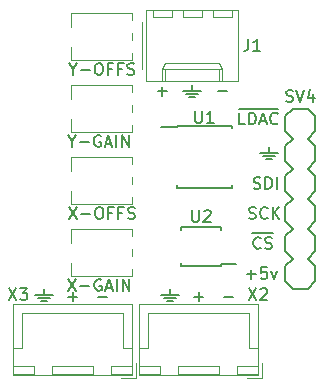
<source format=gbr>
G04 #@! TF.GenerationSoftware,KiCad,Pcbnew,(5.0.2)-1*
G04 #@! TF.CreationDate,2019-03-23T11:15:38+03:00*
G04 #@! TF.ProjectId,galvo-schematic,67616c76-6f2d-4736-9368-656d61746963,rev?*
G04 #@! TF.SameCoordinates,Original*
G04 #@! TF.FileFunction,Legend,Top*
G04 #@! TF.FilePolarity,Positive*
%FSLAX46Y46*%
G04 Gerber Fmt 4.6, Leading zero omitted, Abs format (unit mm)*
G04 Created by KiCad (PCBNEW (5.0.2)-1) date 23.03.2019 11:15:38*
%MOMM*%
%LPD*%
G01*
G04 APERTURE LIST*
%ADD10C,0.150000*%
%ADD11C,0.120000*%
%ADD12C,0.152400*%
%ADD13C,0.200000*%
G04 APERTURE END LIST*
D10*
X142748000Y-101219000D02*
X144526000Y-101219000D01*
X141605000Y-90678000D02*
X144907000Y-90678000D01*
X144145000Y-93916500D02*
X144145000Y-94424500D01*
X143637000Y-94678500D02*
X144653000Y-94678500D01*
X143891000Y-94932500D02*
X144399000Y-94932500D01*
X143383000Y-94424500D02*
X144907000Y-94424500D01*
X142271904Y-104719428D02*
X143033809Y-104719428D01*
X142652857Y-105100380D02*
X142652857Y-104338476D01*
X143986190Y-104100380D02*
X143510000Y-104100380D01*
X143462380Y-104576571D01*
X143510000Y-104528952D01*
X143605238Y-104481333D01*
X143843333Y-104481333D01*
X143938571Y-104528952D01*
X143986190Y-104576571D01*
X144033809Y-104671809D01*
X144033809Y-104909904D01*
X143986190Y-105005142D01*
X143938571Y-105052761D01*
X143843333Y-105100380D01*
X143605238Y-105100380D01*
X143510000Y-105052761D01*
X143462380Y-105005142D01*
X144367142Y-104433714D02*
X144605238Y-105100380D01*
X144843333Y-104433714D01*
X143470333Y-102465142D02*
X143422714Y-102512761D01*
X143279857Y-102560380D01*
X143184619Y-102560380D01*
X143041761Y-102512761D01*
X142946523Y-102417523D01*
X142898904Y-102322285D01*
X142851285Y-102131809D01*
X142851285Y-101988952D01*
X142898904Y-101798476D01*
X142946523Y-101703238D01*
X143041761Y-101608000D01*
X143184619Y-101560380D01*
X143279857Y-101560380D01*
X143422714Y-101608000D01*
X143470333Y-101655619D01*
X143851285Y-102512761D02*
X143994142Y-102560380D01*
X144232238Y-102560380D01*
X144327476Y-102512761D01*
X144375095Y-102465142D01*
X144422714Y-102369904D01*
X144422714Y-102274666D01*
X144375095Y-102179428D01*
X144327476Y-102131809D01*
X144232238Y-102084190D01*
X144041761Y-102036571D01*
X143946523Y-101988952D01*
X143898904Y-101941333D01*
X143851285Y-101846095D01*
X143851285Y-101750857D01*
X143898904Y-101655619D01*
X143946523Y-101608000D01*
X144041761Y-101560380D01*
X144279857Y-101560380D01*
X144422714Y-101608000D01*
X142478285Y-99972761D02*
X142621142Y-100020380D01*
X142859238Y-100020380D01*
X142954476Y-99972761D01*
X143002095Y-99925142D01*
X143049714Y-99829904D01*
X143049714Y-99734666D01*
X143002095Y-99639428D01*
X142954476Y-99591809D01*
X142859238Y-99544190D01*
X142668761Y-99496571D01*
X142573523Y-99448952D01*
X142525904Y-99401333D01*
X142478285Y-99306095D01*
X142478285Y-99210857D01*
X142525904Y-99115619D01*
X142573523Y-99068000D01*
X142668761Y-99020380D01*
X142906857Y-99020380D01*
X143049714Y-99068000D01*
X144049714Y-99925142D02*
X144002095Y-99972761D01*
X143859238Y-100020380D01*
X143764000Y-100020380D01*
X143621142Y-99972761D01*
X143525904Y-99877523D01*
X143478285Y-99782285D01*
X143430666Y-99591809D01*
X143430666Y-99448952D01*
X143478285Y-99258476D01*
X143525904Y-99163238D01*
X143621142Y-99068000D01*
X143764000Y-99020380D01*
X143859238Y-99020380D01*
X144002095Y-99068000D01*
X144049714Y-99115619D01*
X144478285Y-100020380D02*
X144478285Y-99020380D01*
X145049714Y-100020380D02*
X144621142Y-99448952D01*
X145049714Y-99020380D02*
X144478285Y-99591809D01*
X142867190Y-97432761D02*
X143010047Y-97480380D01*
X143248142Y-97480380D01*
X143343380Y-97432761D01*
X143391000Y-97385142D01*
X143438619Y-97289904D01*
X143438619Y-97194666D01*
X143391000Y-97099428D01*
X143343380Y-97051809D01*
X143248142Y-97004190D01*
X143057666Y-96956571D01*
X142962428Y-96908952D01*
X142914809Y-96861333D01*
X142867190Y-96766095D01*
X142867190Y-96670857D01*
X142914809Y-96575619D01*
X142962428Y-96528000D01*
X143057666Y-96480380D01*
X143295761Y-96480380D01*
X143438619Y-96528000D01*
X143867190Y-97480380D02*
X143867190Y-96480380D01*
X144105285Y-96480380D01*
X144248142Y-96528000D01*
X144343380Y-96623238D01*
X144391000Y-96718476D01*
X144438619Y-96908952D01*
X144438619Y-97051809D01*
X144391000Y-97242285D01*
X144343380Y-97337523D01*
X144248142Y-97432761D01*
X144105285Y-97480380D01*
X143867190Y-97480380D01*
X144867190Y-97480380D02*
X144867190Y-96480380D01*
X142136952Y-92019380D02*
X141660761Y-92019380D01*
X141660761Y-91019380D01*
X142470285Y-92019380D02*
X142470285Y-91019380D01*
X142708380Y-91019380D01*
X142851238Y-91067000D01*
X142946476Y-91162238D01*
X142994095Y-91257476D01*
X143041714Y-91447952D01*
X143041714Y-91590809D01*
X142994095Y-91781285D01*
X142946476Y-91876523D01*
X142851238Y-91971761D01*
X142708380Y-92019380D01*
X142470285Y-92019380D01*
X143422666Y-91733666D02*
X143898857Y-91733666D01*
X143327428Y-92019380D02*
X143660761Y-91019380D01*
X143994095Y-92019380D01*
X144898857Y-91924142D02*
X144851238Y-91971761D01*
X144708380Y-92019380D01*
X144613142Y-92019380D01*
X144470285Y-91971761D01*
X144375047Y-91876523D01*
X144327428Y-91781285D01*
X144279809Y-91590809D01*
X144279809Y-91447952D01*
X144327428Y-91257476D01*
X144375047Y-91162238D01*
X144470285Y-91067000D01*
X144613142Y-91019380D01*
X144708380Y-91019380D01*
X144851238Y-91067000D01*
X144898857Y-91114619D01*
X135001000Y-106489500D02*
X136525000Y-106489500D01*
X135509000Y-106997500D02*
X136017000Y-106997500D01*
X135255000Y-106743500D02*
X136271000Y-106743500D01*
X135763000Y-105981500D02*
X135763000Y-106489500D01*
X137858547Y-106624428D02*
X138620452Y-106624428D01*
X138239500Y-107005380D02*
X138239500Y-106243476D01*
X140335047Y-106624428D02*
X141096952Y-106624428D01*
X124587000Y-106743500D02*
X125603000Y-106743500D01*
X125095000Y-105981500D02*
X125095000Y-106489500D01*
X124841000Y-106997500D02*
X125349000Y-106997500D01*
X124333000Y-106489500D02*
X125857000Y-106489500D01*
X127190547Y-106624428D02*
X127952452Y-106624428D01*
X127571500Y-107005380D02*
X127571500Y-106243476D01*
X129667047Y-106624428D02*
X130428952Y-106624428D01*
X137414000Y-89662000D02*
X137922000Y-89662000D01*
X136906000Y-89154000D02*
X138430000Y-89154000D01*
X137160000Y-89408000D02*
X138176000Y-89408000D01*
X137668000Y-88646000D02*
X137668000Y-89154000D01*
X139827047Y-89225428D02*
X140588952Y-89225428D01*
X134747047Y-89225428D02*
X135508952Y-89225428D01*
X135128000Y-89606380D02*
X135128000Y-88844476D01*
D11*
G04 #@! TO.C,X-GAIN*
X132588000Y-104267000D02*
X132588000Y-104838500D01*
X132588000Y-102610000D02*
X132588000Y-103130000D01*
X132588000Y-100901500D02*
X132588000Y-101482500D01*
X127381000Y-103759000D02*
X127381000Y-104838500D01*
X127381000Y-100901500D02*
X127381000Y-102044500D01*
X127381000Y-104838500D02*
X132588000Y-104838500D01*
X127381000Y-100901500D02*
X132588000Y-100901500D01*
G04 #@! TO.C,Y-GAIN*
X132588000Y-92075000D02*
X132588000Y-92646500D01*
X132588000Y-90418000D02*
X132588000Y-90938000D01*
X132588000Y-88709500D02*
X132588000Y-89290500D01*
X127381000Y-91567000D02*
X127381000Y-92646500D01*
X127381000Y-88709500D02*
X127381000Y-89852500D01*
X127381000Y-92646500D02*
X132588000Y-92646500D01*
X127381000Y-88709500D02*
X132588000Y-88709500D01*
G04 #@! TO.C,X-OFFS*
X132588000Y-98171000D02*
X132588000Y-98742500D01*
X132588000Y-96514000D02*
X132588000Y-97034000D01*
X132588000Y-94805500D02*
X132588000Y-95386500D01*
X127381000Y-97663000D02*
X127381000Y-98742500D01*
X127381000Y-94805500D02*
X127381000Y-95948500D01*
X127381000Y-98742500D02*
X132588000Y-98742500D01*
X127381000Y-94805500D02*
X132588000Y-94805500D01*
G04 #@! TO.C,Y-OFFS*
X132588000Y-85979000D02*
X132588000Y-86550500D01*
X132588000Y-84322000D02*
X132588000Y-84842000D01*
X132588000Y-82613500D02*
X132588000Y-83194500D01*
X127381000Y-85471000D02*
X127381000Y-86550500D01*
X127381000Y-82613500D02*
X127381000Y-83756500D01*
X127381000Y-86550500D02*
X132588000Y-86550500D01*
X127381000Y-82613500D02*
X132588000Y-82613500D01*
G04 #@! TO.C,J1*
X133748000Y-82314000D02*
X133748000Y-88334000D01*
X133748000Y-88334000D02*
X141588000Y-88334000D01*
X141588000Y-88334000D02*
X141588000Y-82314000D01*
X141588000Y-82314000D02*
X133748000Y-82314000D01*
X133458000Y-83344000D02*
X133458000Y-87344000D01*
X135128000Y-88334000D02*
X135128000Y-87334000D01*
X135128000Y-87334000D02*
X140208000Y-87334000D01*
X140208000Y-87334000D02*
X140208000Y-88334000D01*
X135128000Y-87334000D02*
X135378000Y-86804000D01*
X135378000Y-86804000D02*
X139958000Y-86804000D01*
X139958000Y-86804000D02*
X140208000Y-87334000D01*
X135378000Y-88334000D02*
X135378000Y-87334000D01*
X139958000Y-88334000D02*
X139958000Y-87334000D01*
X134328000Y-82314000D02*
X134328000Y-82914000D01*
X134328000Y-82914000D02*
X135928000Y-82914000D01*
X135928000Y-82914000D02*
X135928000Y-82314000D01*
X136868000Y-82314000D02*
X136868000Y-82914000D01*
X136868000Y-82914000D02*
X138468000Y-82914000D01*
X138468000Y-82914000D02*
X138468000Y-82314000D01*
X139408000Y-82314000D02*
X139408000Y-82914000D01*
X139408000Y-82914000D02*
X141008000Y-82914000D01*
X141008000Y-82914000D02*
X141008000Y-82314000D01*
G04 #@! TO.C,X2*
X143566000Y-113494000D02*
X143566000Y-112244000D01*
X142316000Y-113494000D02*
X143566000Y-113494000D01*
X133916000Y-107994000D02*
X138216000Y-107994000D01*
X133916000Y-110944000D02*
X133916000Y-107994000D01*
X133166000Y-110944000D02*
X133916000Y-110944000D01*
X142516000Y-107994000D02*
X138216000Y-107994000D01*
X142516000Y-110944000D02*
X142516000Y-107994000D01*
X143266000Y-110944000D02*
X142516000Y-110944000D01*
X133166000Y-113194000D02*
X134966000Y-113194000D01*
X133166000Y-112444000D02*
X133166000Y-113194000D01*
X134966000Y-112444000D02*
X133166000Y-112444000D01*
X134966000Y-113194000D02*
X134966000Y-112444000D01*
X141466000Y-113194000D02*
X143266000Y-113194000D01*
X141466000Y-112444000D02*
X141466000Y-113194000D01*
X143266000Y-112444000D02*
X141466000Y-112444000D01*
X143266000Y-113194000D02*
X143266000Y-112444000D01*
X136466000Y-113194000D02*
X139966000Y-113194000D01*
X136466000Y-112444000D02*
X136466000Y-113194000D01*
X139966000Y-112444000D02*
X136466000Y-112444000D01*
X139966000Y-113194000D02*
X139966000Y-112444000D01*
X133156000Y-113204000D02*
X143276000Y-113204000D01*
X133156000Y-107234000D02*
X133156000Y-113204000D01*
X143276000Y-107234000D02*
X133156000Y-107234000D01*
X143276000Y-113204000D02*
X143276000Y-107234000D01*
G04 #@! TO.C,X3*
X132898000Y-113494000D02*
X132898000Y-112244000D01*
X131648000Y-113494000D02*
X132898000Y-113494000D01*
X123248000Y-107994000D02*
X127548000Y-107994000D01*
X123248000Y-110944000D02*
X123248000Y-107994000D01*
X122498000Y-110944000D02*
X123248000Y-110944000D01*
X131848000Y-107994000D02*
X127548000Y-107994000D01*
X131848000Y-110944000D02*
X131848000Y-107994000D01*
X132598000Y-110944000D02*
X131848000Y-110944000D01*
X122498000Y-113194000D02*
X124298000Y-113194000D01*
X122498000Y-112444000D02*
X122498000Y-113194000D01*
X124298000Y-112444000D02*
X122498000Y-112444000D01*
X124298000Y-113194000D02*
X124298000Y-112444000D01*
X130798000Y-113194000D02*
X132598000Y-113194000D01*
X130798000Y-112444000D02*
X130798000Y-113194000D01*
X132598000Y-112444000D02*
X130798000Y-112444000D01*
X132598000Y-113194000D02*
X132598000Y-112444000D01*
X125798000Y-113194000D02*
X129298000Y-113194000D01*
X125798000Y-112444000D02*
X125798000Y-113194000D01*
X129298000Y-112444000D02*
X125798000Y-112444000D01*
X129298000Y-113194000D02*
X129298000Y-112444000D01*
X122488000Y-113204000D02*
X132608000Y-113204000D01*
X122488000Y-107234000D02*
X122488000Y-113204000D01*
X132608000Y-107234000D02*
X122488000Y-107234000D01*
X132608000Y-113204000D02*
X132608000Y-107234000D01*
D12*
G04 #@! TO.C,SV4*
X147447000Y-105918000D02*
X146177000Y-105918000D01*
X145542000Y-104013000D02*
X146177000Y-103378000D01*
X145542000Y-105283000D02*
X145542000Y-104013000D01*
X146177000Y-105918000D02*
X145542000Y-105283000D01*
X148082000Y-105283000D02*
X147447000Y-105918000D01*
X148082000Y-104013000D02*
X148082000Y-105283000D01*
X147447000Y-103378000D02*
X148082000Y-104013000D01*
X145542000Y-100203000D02*
X145542000Y-98933000D01*
X146177000Y-98298000D02*
X145542000Y-98933000D01*
X148082000Y-98933000D02*
X147447000Y-98298000D01*
X145542000Y-101473000D02*
X146177000Y-100838000D01*
X145542000Y-102743000D02*
X145542000Y-101473000D01*
X146177000Y-103378000D02*
X145542000Y-102743000D01*
X148082000Y-102743000D02*
X147447000Y-103378000D01*
X148082000Y-101473000D02*
X148082000Y-102743000D01*
X147447000Y-100838000D02*
X148082000Y-101473000D01*
X146177000Y-100838000D02*
X145542000Y-100203000D01*
X148082000Y-100203000D02*
X147447000Y-100838000D01*
X148082000Y-98933000D02*
X148082000Y-100203000D01*
X145542000Y-96393000D02*
X146177000Y-95758000D01*
X145542000Y-97663000D02*
X145542000Y-96393000D01*
X146177000Y-98298000D02*
X145542000Y-97663000D01*
X148082000Y-97663000D02*
X147447000Y-98298000D01*
X148082000Y-96393000D02*
X148082000Y-97663000D01*
X147447000Y-95758000D02*
X148082000Y-96393000D01*
X145542000Y-92583000D02*
X145542000Y-91313000D01*
X146177000Y-90678000D02*
X145542000Y-91313000D01*
X148082000Y-91313000D02*
X147447000Y-90678000D01*
X147447000Y-90678000D02*
X146177000Y-90678000D01*
X145542000Y-93853000D02*
X146177000Y-93218000D01*
X145542000Y-95123000D02*
X145542000Y-93853000D01*
X146177000Y-95758000D02*
X145542000Y-95123000D01*
X148082000Y-95123000D02*
X147447000Y-95758000D01*
X148082000Y-93853000D02*
X148082000Y-95123000D01*
X147447000Y-93218000D02*
X148082000Y-93853000D01*
X146177000Y-93218000D02*
X145542000Y-92583000D01*
X148082000Y-92583000D02*
X147447000Y-93218000D01*
X148082000Y-91313000D02*
X148082000Y-92583000D01*
D10*
G04 #@! TO.C,U2*
X140105000Y-104037000D02*
X140105000Y-103862000D01*
X136755000Y-104037000D02*
X136755000Y-103787000D01*
X136755000Y-100687000D02*
X136755000Y-100937000D01*
X140105000Y-100687000D02*
X140105000Y-100937000D01*
X140105000Y-104037000D02*
X136755000Y-104037000D01*
X140105000Y-100687000D02*
X136755000Y-100687000D01*
X140105000Y-103862000D02*
X141355000Y-103862000D01*
G04 #@! TO.C,U1*
X136359000Y-92117000D02*
X136359000Y-92242000D01*
X141009000Y-92117000D02*
X141009000Y-92342000D01*
X141009000Y-97367000D02*
X141009000Y-97142000D01*
X136359000Y-97367000D02*
X136359000Y-97142000D01*
X136359000Y-92117000D02*
X141009000Y-92117000D01*
X136359000Y-97367000D02*
X141009000Y-97367000D01*
X136359000Y-92242000D02*
X135009000Y-92242000D01*
G04 #@! TO.C,X-GAIN*
X127151142Y-105116380D02*
X127817809Y-106116380D01*
X127817809Y-105116380D02*
X127151142Y-106116380D01*
X128198761Y-105735428D02*
X128960666Y-105735428D01*
X129960666Y-105164000D02*
X129865428Y-105116380D01*
X129722571Y-105116380D01*
X129579714Y-105164000D01*
X129484476Y-105259238D01*
X129436857Y-105354476D01*
X129389238Y-105544952D01*
X129389238Y-105687809D01*
X129436857Y-105878285D01*
X129484476Y-105973523D01*
X129579714Y-106068761D01*
X129722571Y-106116380D01*
X129817809Y-106116380D01*
X129960666Y-106068761D01*
X130008285Y-106021142D01*
X130008285Y-105687809D01*
X129817809Y-105687809D01*
X130389238Y-105830666D02*
X130865428Y-105830666D01*
X130294000Y-106116380D02*
X130627333Y-105116380D01*
X130960666Y-106116380D01*
X131294000Y-106116380D02*
X131294000Y-105116380D01*
X131770190Y-106116380D02*
X131770190Y-105116380D01*
X132341619Y-106116380D01*
X132341619Y-105116380D01*
G04 #@! TO.C,Y-GAIN*
X127484476Y-93448190D02*
X127484476Y-93924380D01*
X127151142Y-92924380D02*
X127484476Y-93448190D01*
X127817809Y-92924380D01*
X128151142Y-93543428D02*
X128913047Y-93543428D01*
X129913047Y-92972000D02*
X129817809Y-92924380D01*
X129674952Y-92924380D01*
X129532095Y-92972000D01*
X129436857Y-93067238D01*
X129389238Y-93162476D01*
X129341619Y-93352952D01*
X129341619Y-93495809D01*
X129389238Y-93686285D01*
X129436857Y-93781523D01*
X129532095Y-93876761D01*
X129674952Y-93924380D01*
X129770190Y-93924380D01*
X129913047Y-93876761D01*
X129960666Y-93829142D01*
X129960666Y-93495809D01*
X129770190Y-93495809D01*
X130341619Y-93638666D02*
X130817809Y-93638666D01*
X130246380Y-93924380D02*
X130579714Y-92924380D01*
X130913047Y-93924380D01*
X131246380Y-93924380D02*
X131246380Y-92924380D01*
X131722571Y-93924380D02*
X131722571Y-92924380D01*
X132294000Y-93924380D01*
X132294000Y-92924380D01*
G04 #@! TO.C,X-OFFS*
X127238476Y-99020380D02*
X127905142Y-100020380D01*
X127905142Y-99020380D02*
X127238476Y-100020380D01*
X128286095Y-99639428D02*
X129048000Y-99639428D01*
X129714666Y-99020380D02*
X129905142Y-99020380D01*
X130000380Y-99068000D01*
X130095619Y-99163238D01*
X130143238Y-99353714D01*
X130143238Y-99687047D01*
X130095619Y-99877523D01*
X130000380Y-99972761D01*
X129905142Y-100020380D01*
X129714666Y-100020380D01*
X129619428Y-99972761D01*
X129524190Y-99877523D01*
X129476571Y-99687047D01*
X129476571Y-99353714D01*
X129524190Y-99163238D01*
X129619428Y-99068000D01*
X129714666Y-99020380D01*
X130905142Y-99496571D02*
X130571809Y-99496571D01*
X130571809Y-100020380D02*
X130571809Y-99020380D01*
X131048000Y-99020380D01*
X131762285Y-99496571D02*
X131428952Y-99496571D01*
X131428952Y-100020380D02*
X131428952Y-99020380D01*
X131905142Y-99020380D01*
X132238476Y-99972761D02*
X132381333Y-100020380D01*
X132619428Y-100020380D01*
X132714666Y-99972761D01*
X132762285Y-99925142D01*
X132809904Y-99829904D01*
X132809904Y-99734666D01*
X132762285Y-99639428D01*
X132714666Y-99591809D01*
X132619428Y-99544190D01*
X132428952Y-99496571D01*
X132333714Y-99448952D01*
X132286095Y-99401333D01*
X132238476Y-99306095D01*
X132238476Y-99210857D01*
X132286095Y-99115619D01*
X132333714Y-99068000D01*
X132428952Y-99020380D01*
X132667047Y-99020380D01*
X132809904Y-99068000D01*
G04 #@! TO.C,Y-OFFS*
X127571809Y-87352190D02*
X127571809Y-87828380D01*
X127238476Y-86828380D02*
X127571809Y-87352190D01*
X127905142Y-86828380D01*
X128238476Y-87447428D02*
X129000380Y-87447428D01*
X129667047Y-86828380D02*
X129857523Y-86828380D01*
X129952761Y-86876000D01*
X130048000Y-86971238D01*
X130095619Y-87161714D01*
X130095619Y-87495047D01*
X130048000Y-87685523D01*
X129952761Y-87780761D01*
X129857523Y-87828380D01*
X129667047Y-87828380D01*
X129571809Y-87780761D01*
X129476571Y-87685523D01*
X129428952Y-87495047D01*
X129428952Y-87161714D01*
X129476571Y-86971238D01*
X129571809Y-86876000D01*
X129667047Y-86828380D01*
X130857523Y-87304571D02*
X130524190Y-87304571D01*
X130524190Y-87828380D02*
X130524190Y-86828380D01*
X131000380Y-86828380D01*
X131714666Y-87304571D02*
X131381333Y-87304571D01*
X131381333Y-87828380D02*
X131381333Y-86828380D01*
X131857523Y-86828380D01*
X132190857Y-87780761D02*
X132333714Y-87828380D01*
X132571809Y-87828380D01*
X132667047Y-87780761D01*
X132714666Y-87733142D01*
X132762285Y-87637904D01*
X132762285Y-87542666D01*
X132714666Y-87447428D01*
X132667047Y-87399809D01*
X132571809Y-87352190D01*
X132381333Y-87304571D01*
X132286095Y-87256952D01*
X132238476Y-87209333D01*
X132190857Y-87114095D01*
X132190857Y-87018857D01*
X132238476Y-86923619D01*
X132286095Y-86876000D01*
X132381333Y-86828380D01*
X132619428Y-86828380D01*
X132762285Y-86876000D01*
G04 #@! TO.C,J1*
X142414666Y-84796380D02*
X142414666Y-85510666D01*
X142367047Y-85653523D01*
X142271809Y-85748761D01*
X142128952Y-85796380D01*
X142033714Y-85796380D01*
X143414666Y-85796380D02*
X142843238Y-85796380D01*
X143128952Y-85796380D02*
X143128952Y-84796380D01*
X143033714Y-84939238D01*
X142938476Y-85034476D01*
X142843238Y-85082095D01*
G04 #@! TO.C,X2*
X142446476Y-105878380D02*
X143113142Y-106878380D01*
X143113142Y-105878380D02*
X142446476Y-106878380D01*
X143446476Y-105973619D02*
X143494095Y-105926000D01*
X143589333Y-105878380D01*
X143827428Y-105878380D01*
X143922666Y-105926000D01*
X143970285Y-105973619D01*
X144017904Y-106068857D01*
X144017904Y-106164095D01*
X143970285Y-106306952D01*
X143398857Y-106878380D01*
X144017904Y-106878380D01*
G04 #@! TO.C,X3*
X122126476Y-105878380D02*
X122793142Y-106878380D01*
X122793142Y-105878380D02*
X122126476Y-106878380D01*
X123078857Y-105878380D02*
X123697904Y-105878380D01*
X123364571Y-106259333D01*
X123507428Y-106259333D01*
X123602666Y-106306952D01*
X123650285Y-106354571D01*
X123697904Y-106449809D01*
X123697904Y-106687904D01*
X123650285Y-106783142D01*
X123602666Y-106830761D01*
X123507428Y-106878380D01*
X123221714Y-106878380D01*
X123126476Y-106830761D01*
X123078857Y-106783142D01*
G04 #@! TO.C,SV4*
D13*
X145634571Y-90058761D02*
X145777428Y-90106380D01*
X146015523Y-90106380D01*
X146110761Y-90058761D01*
X146158380Y-90011142D01*
X146206000Y-89915904D01*
X146206000Y-89820666D01*
X146158380Y-89725428D01*
X146110761Y-89677809D01*
X146015523Y-89630190D01*
X145825047Y-89582571D01*
X145729809Y-89534952D01*
X145682190Y-89487333D01*
X145634571Y-89392095D01*
X145634571Y-89296857D01*
X145682190Y-89201619D01*
X145729809Y-89154000D01*
X145825047Y-89106380D01*
X146063142Y-89106380D01*
X146206000Y-89154000D01*
X146491714Y-89106380D02*
X146825047Y-90106380D01*
X147158380Y-89106380D01*
X147920285Y-89439714D02*
X147920285Y-90106380D01*
X147682190Y-89058761D02*
X147444095Y-89773047D01*
X148063142Y-89773047D01*
G04 #@! TO.C,U2*
D10*
X137668095Y-99274380D02*
X137668095Y-100083904D01*
X137715714Y-100179142D01*
X137763333Y-100226761D01*
X137858571Y-100274380D01*
X138049047Y-100274380D01*
X138144285Y-100226761D01*
X138191904Y-100179142D01*
X138239523Y-100083904D01*
X138239523Y-99274380D01*
X138668095Y-99369619D02*
X138715714Y-99322000D01*
X138810952Y-99274380D01*
X139049047Y-99274380D01*
X139144285Y-99322000D01*
X139191904Y-99369619D01*
X139239523Y-99464857D01*
X139239523Y-99560095D01*
X139191904Y-99702952D01*
X138620476Y-100274380D01*
X139239523Y-100274380D01*
G04 #@! TO.C,U1*
X137922095Y-90892380D02*
X137922095Y-91701904D01*
X137969714Y-91797142D01*
X138017333Y-91844761D01*
X138112571Y-91892380D01*
X138303047Y-91892380D01*
X138398285Y-91844761D01*
X138445904Y-91797142D01*
X138493523Y-91701904D01*
X138493523Y-90892380D01*
X139493523Y-91892380D02*
X138922095Y-91892380D01*
X139207809Y-91892380D02*
X139207809Y-90892380D01*
X139112571Y-91035238D01*
X139017333Y-91130476D01*
X138922095Y-91178095D01*
G04 #@! TD*
M02*

</source>
